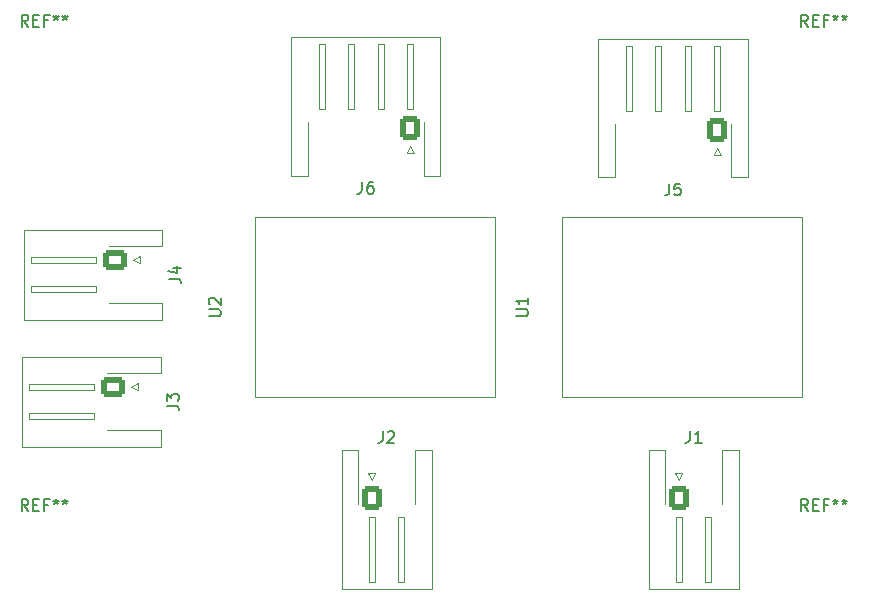
<source format=gbr>
%TF.GenerationSoftware,KiCad,Pcbnew,6.0.6-3a73a75311~116~ubuntu20.04.1*%
%TF.CreationDate,2023-06-18T00:08:06+09:00*%
%TF.ProjectId,catchrobo2023_OtherSubstrate,63617463-6872-46f6-926f-323032335f4f,rev?*%
%TF.SameCoordinates,Original*%
%TF.FileFunction,Legend,Top*%
%TF.FilePolarity,Positive*%
%FSLAX46Y46*%
G04 Gerber Fmt 4.6, Leading zero omitted, Abs format (unit mm)*
G04 Created by KiCad (PCBNEW 6.0.6-3a73a75311~116~ubuntu20.04.1) date 2023-06-18 00:08:06*
%MOMM*%
%LPD*%
G01*
G04 APERTURE LIST*
G04 Aperture macros list*
%AMRoundRect*
0 Rectangle with rounded corners*
0 $1 Rounding radius*
0 $2 $3 $4 $5 $6 $7 $8 $9 X,Y pos of 4 corners*
0 Add a 4 corners polygon primitive as box body*
4,1,4,$2,$3,$4,$5,$6,$7,$8,$9,$2,$3,0*
0 Add four circle primitives for the rounded corners*
1,1,$1+$1,$2,$3*
1,1,$1+$1,$4,$5*
1,1,$1+$1,$6,$7*
1,1,$1+$1,$8,$9*
0 Add four rect primitives between the rounded corners*
20,1,$1+$1,$2,$3,$4,$5,0*
20,1,$1+$1,$4,$5,$6,$7,0*
20,1,$1+$1,$6,$7,$8,$9,0*
20,1,$1+$1,$8,$9,$2,$3,0*%
G04 Aperture macros list end*
%ADD10C,0.150000*%
%ADD11C,0.120000*%
%ADD12C,3.200000*%
%ADD13C,1.524000*%
%ADD14RoundRect,0.250000X0.600000X0.725000X-0.600000X0.725000X-0.600000X-0.725000X0.600000X-0.725000X0*%
%ADD15O,1.700000X1.950000*%
%ADD16RoundRect,0.250000X-0.750000X0.600000X-0.750000X-0.600000X0.750000X-0.600000X0.750000X0.600000X0*%
%ADD17O,2.000000X1.700000*%
%ADD18RoundRect,0.250000X-0.600000X-0.750000X0.600000X-0.750000X0.600000X0.750000X-0.600000X0.750000X0*%
%ADD19O,1.700000X2.000000*%
G04 APERTURE END LIST*
D10*
%TO.C,REF\u002A\u002A*%
X1666666Y47747620D02*
X1333333Y48223810D01*
X1095238Y47747620D02*
X1095238Y48747620D01*
X1476190Y48747620D01*
X1571428Y48700000D01*
X1619047Y48652381D01*
X1666666Y48557143D01*
X1666666Y48414286D01*
X1619047Y48319048D01*
X1571428Y48271429D01*
X1476190Y48223810D01*
X1095238Y48223810D01*
X2095238Y48271429D02*
X2428571Y48271429D01*
X2571428Y47747620D02*
X2095238Y47747620D01*
X2095238Y48747620D01*
X2571428Y48747620D01*
X3333333Y48271429D02*
X3000000Y48271429D01*
X3000000Y47747620D02*
X3000000Y48747620D01*
X3476190Y48747620D01*
X4000000Y48747620D02*
X4000000Y48509524D01*
X3761904Y48604762D02*
X4000000Y48509524D01*
X4238095Y48604762D01*
X3857142Y48319048D02*
X4000000Y48509524D01*
X4142857Y48319048D01*
X4761904Y48747620D02*
X4761904Y48509524D01*
X4523809Y48604762D02*
X4761904Y48509524D01*
X5000000Y48604762D01*
X4619047Y48319048D02*
X4761904Y48509524D01*
X4904761Y48319048D01*
X67666666Y47747620D02*
X67333333Y48223810D01*
X67095238Y47747620D02*
X67095238Y48747620D01*
X67476190Y48747620D01*
X67571428Y48700000D01*
X67619047Y48652381D01*
X67666666Y48557143D01*
X67666666Y48414286D01*
X67619047Y48319048D01*
X67571428Y48271429D01*
X67476190Y48223810D01*
X67095238Y48223810D01*
X68095238Y48271429D02*
X68428571Y48271429D01*
X68571428Y47747620D02*
X68095238Y47747620D01*
X68095238Y48747620D01*
X68571428Y48747620D01*
X69333333Y48271429D02*
X69000000Y48271429D01*
X69000000Y47747620D02*
X69000000Y48747620D01*
X69476190Y48747620D01*
X70000000Y48747620D02*
X70000000Y48509524D01*
X69761904Y48604762D02*
X70000000Y48509524D01*
X70238095Y48604762D01*
X69857142Y48319048D02*
X70000000Y48509524D01*
X70142857Y48319048D01*
X70761904Y48747620D02*
X70761904Y48509524D01*
X70523809Y48604762D02*
X70761904Y48509524D01*
X71000000Y48604762D01*
X70619047Y48319048D02*
X70761904Y48509524D01*
X70904761Y48319048D01*
%TO.C,U2*%
X16952380Y23238096D02*
X17761904Y23238096D01*
X17857142Y23285715D01*
X17904761Y23333334D01*
X17952380Y23428572D01*
X17952380Y23619048D01*
X17904761Y23714286D01*
X17857142Y23761905D01*
X17761904Y23809524D01*
X16952380Y23809524D01*
X17047619Y24238096D02*
X17000000Y24285715D01*
X16952380Y24380953D01*
X16952380Y24619048D01*
X17000000Y24714286D01*
X17047619Y24761905D01*
X17142857Y24809524D01*
X17238095Y24809524D01*
X17380952Y24761905D01*
X17952380Y24190477D01*
X17952380Y24809524D01*
%TO.C,J5*%
X55916666Y34447620D02*
X55916666Y33733334D01*
X55869047Y33590477D01*
X55773809Y33495239D01*
X55630952Y33447620D01*
X55535714Y33447620D01*
X56869047Y34447620D02*
X56392857Y34447620D01*
X56345238Y33971429D01*
X56392857Y34019048D01*
X56488095Y34066667D01*
X56726190Y34066667D01*
X56821428Y34019048D01*
X56869047Y33971429D01*
X56916666Y33876191D01*
X56916666Y33638096D01*
X56869047Y33542858D01*
X56821428Y33495239D01*
X56726190Y33447620D01*
X56488095Y33447620D01*
X56392857Y33495239D01*
X56345238Y33542858D01*
%TO.C,REF\u002A\u002A*%
X67666666Y6747620D02*
X67333333Y7223810D01*
X67095238Y6747620D02*
X67095238Y7747620D01*
X67476190Y7747620D01*
X67571428Y7700000D01*
X67619047Y7652381D01*
X67666666Y7557143D01*
X67666666Y7414286D01*
X67619047Y7319048D01*
X67571428Y7271429D01*
X67476190Y7223810D01*
X67095238Y7223810D01*
X68095238Y7271429D02*
X68428571Y7271429D01*
X68571428Y6747620D02*
X68095238Y6747620D01*
X68095238Y7747620D01*
X68571428Y7747620D01*
X69333333Y7271429D02*
X69000000Y7271429D01*
X69000000Y6747620D02*
X69000000Y7747620D01*
X69476190Y7747620D01*
X70000000Y7747620D02*
X70000000Y7509524D01*
X69761904Y7604762D02*
X70000000Y7509524D01*
X70238095Y7604762D01*
X69857142Y7319048D02*
X70000000Y7509524D01*
X70142857Y7319048D01*
X70761904Y7747620D02*
X70761904Y7509524D01*
X70523809Y7604762D02*
X70761904Y7509524D01*
X71000000Y7604762D01*
X70619047Y7319048D02*
X70761904Y7509524D01*
X70904761Y7319048D01*
%TO.C,J6*%
X29916666Y34597620D02*
X29916666Y33883334D01*
X29869047Y33740477D01*
X29773809Y33645239D01*
X29630952Y33597620D01*
X29535714Y33597620D01*
X30821428Y34597620D02*
X30630952Y34597620D01*
X30535714Y34550000D01*
X30488095Y34502381D01*
X30392857Y34359524D01*
X30345238Y34169048D01*
X30345238Y33788096D01*
X30392857Y33692858D01*
X30440476Y33645239D01*
X30535714Y33597620D01*
X30726190Y33597620D01*
X30821428Y33645239D01*
X30869047Y33692858D01*
X30916666Y33788096D01*
X30916666Y34026191D01*
X30869047Y34121429D01*
X30821428Y34169048D01*
X30726190Y34216667D01*
X30535714Y34216667D01*
X30440476Y34169048D01*
X30392857Y34121429D01*
X30345238Y34026191D01*
%TO.C,REF\u002A\u002A*%
X1666666Y6747620D02*
X1333333Y7223810D01*
X1095238Y6747620D02*
X1095238Y7747620D01*
X1476190Y7747620D01*
X1571428Y7700000D01*
X1619047Y7652381D01*
X1666666Y7557143D01*
X1666666Y7414286D01*
X1619047Y7319048D01*
X1571428Y7271429D01*
X1476190Y7223810D01*
X1095238Y7223810D01*
X2095238Y7271429D02*
X2428571Y7271429D01*
X2571428Y6747620D02*
X2095238Y6747620D01*
X2095238Y7747620D01*
X2571428Y7747620D01*
X3333333Y7271429D02*
X3000000Y7271429D01*
X3000000Y6747620D02*
X3000000Y7747620D01*
X3476190Y7747620D01*
X4000000Y7747620D02*
X4000000Y7509524D01*
X3761904Y7604762D02*
X4000000Y7509524D01*
X4238095Y7604762D01*
X3857142Y7319048D02*
X4000000Y7509524D01*
X4142857Y7319048D01*
X4761904Y7747620D02*
X4761904Y7509524D01*
X4523809Y7604762D02*
X4761904Y7509524D01*
X5000000Y7604762D01*
X4619047Y7319048D02*
X4761904Y7509524D01*
X4904761Y7319048D01*
%TO.C,J4*%
X13552380Y26416667D02*
X14266666Y26416667D01*
X14409523Y26369048D01*
X14504761Y26273810D01*
X14552380Y26130953D01*
X14552380Y26035715D01*
X13885714Y27321429D02*
X14552380Y27321429D01*
X13504761Y27083334D02*
X14219047Y26845239D01*
X14219047Y27464286D01*
%TO.C,U1*%
X42952380Y23238096D02*
X43761904Y23238096D01*
X43857142Y23285715D01*
X43904761Y23333334D01*
X43952380Y23428572D01*
X43952380Y23619048D01*
X43904761Y23714286D01*
X43857142Y23761905D01*
X43761904Y23809524D01*
X42952380Y23809524D01*
X43952380Y24809524D02*
X43952380Y24238096D01*
X43952380Y24523810D02*
X42952380Y24523810D01*
X43095238Y24428572D01*
X43190476Y24333334D01*
X43238095Y24238096D01*
%TO.C,J3*%
X13402380Y15666667D02*
X14116666Y15666667D01*
X14259523Y15619048D01*
X14354761Y15523810D01*
X14402380Y15380953D01*
X14402380Y15285715D01*
X13402380Y16047620D02*
X13402380Y16666667D01*
X13783333Y16333334D01*
X13783333Y16476191D01*
X13830952Y16571429D01*
X13878571Y16619048D01*
X13973809Y16666667D01*
X14211904Y16666667D01*
X14307142Y16619048D01*
X14354761Y16571429D01*
X14402380Y16476191D01*
X14402380Y16190477D01*
X14354761Y16095239D01*
X14307142Y16047620D01*
%TO.C,J1*%
X57666666Y13497620D02*
X57666666Y12783334D01*
X57619047Y12640477D01*
X57523809Y12545239D01*
X57380952Y12497620D01*
X57285714Y12497620D01*
X58666666Y12497620D02*
X58095238Y12497620D01*
X58380952Y12497620D02*
X58380952Y13497620D01*
X58285714Y13354762D01*
X58190476Y13259524D01*
X58095238Y13211905D01*
%TO.C,J2*%
X31666666Y13497620D02*
X31666666Y12783334D01*
X31619047Y12640477D01*
X31523809Y12545239D01*
X31380952Y12497620D01*
X31285714Y12497620D01*
X32095238Y13402381D02*
X32142857Y13450000D01*
X32238095Y13497620D01*
X32476190Y13497620D01*
X32571428Y13450000D01*
X32619047Y13402381D01*
X32666666Y13307143D01*
X32666666Y13211905D01*
X32619047Y13069048D01*
X32047619Y12497620D01*
X32666666Y12497620D01*
D11*
%TO.C,U2*%
X41150000Y31600000D02*
X20850000Y31600000D01*
X20850000Y31600000D02*
X20850000Y16400000D01*
X20850000Y16400000D02*
X41150000Y16400000D01*
X41150000Y16400000D02*
X41150000Y31600000D01*
%TO.C,J5*%
X59750000Y46100000D02*
X59750000Y40600000D01*
X56250000Y46710000D02*
X49940000Y46710000D01*
X51360000Y34990000D02*
X51360000Y39490000D01*
X49940000Y34990000D02*
X51360000Y34990000D01*
X57250000Y46100000D02*
X57250000Y40600000D01*
X55250000Y46100000D02*
X54750000Y46100000D01*
X57750000Y40600000D02*
X57750000Y46100000D01*
X54750000Y40600000D02*
X55250000Y40600000D01*
X57250000Y40600000D02*
X57750000Y40600000D01*
X60250000Y46100000D02*
X59750000Y46100000D01*
X60000000Y37500000D02*
X60300000Y36900000D01*
X59700000Y36900000D02*
X60000000Y37500000D01*
X52750000Y40600000D02*
X52750000Y46100000D01*
X62560000Y46710000D02*
X62560000Y34990000D01*
X61140000Y34990000D02*
X61140000Y39490000D01*
X55250000Y40600000D02*
X55250000Y46100000D01*
X57750000Y46100000D02*
X57250000Y46100000D01*
X49940000Y46710000D02*
X49940000Y34990000D01*
X52750000Y46100000D02*
X52250000Y46100000D01*
X60250000Y40600000D02*
X60250000Y46100000D01*
X52250000Y46100000D02*
X52250000Y40600000D01*
X59750000Y40600000D02*
X60250000Y40600000D01*
X62560000Y34990000D02*
X61140000Y34990000D01*
X60300000Y36900000D02*
X59700000Y36900000D01*
X52250000Y40600000D02*
X52750000Y40600000D01*
X56250000Y46710000D02*
X62560000Y46710000D01*
X54750000Y46100000D02*
X54750000Y40600000D01*
%TO.C,J6*%
X28750000Y46250000D02*
X28750000Y40750000D01*
X26250000Y40750000D02*
X26750000Y40750000D01*
X35140000Y35140000D02*
X35140000Y39640000D01*
X36560000Y46860000D02*
X36560000Y35140000D01*
X34250000Y40750000D02*
X34250000Y46250000D01*
X26750000Y46250000D02*
X26250000Y46250000D01*
X23940000Y46860000D02*
X23940000Y35140000D01*
X29250000Y40750000D02*
X29250000Y46250000D01*
X36560000Y35140000D02*
X35140000Y35140000D01*
X31750000Y46250000D02*
X31250000Y46250000D01*
X28750000Y40750000D02*
X29250000Y40750000D01*
X33750000Y40750000D02*
X34250000Y40750000D01*
X25360000Y35140000D02*
X25360000Y39640000D01*
X23940000Y35140000D02*
X25360000Y35140000D01*
X34000000Y37650000D02*
X34300000Y37050000D01*
X30250000Y46860000D02*
X23940000Y46860000D01*
X29250000Y46250000D02*
X28750000Y46250000D01*
X31250000Y46250000D02*
X31250000Y40750000D01*
X33750000Y46250000D02*
X33750000Y40750000D01*
X34300000Y37050000D02*
X33700000Y37050000D01*
X31250000Y40750000D02*
X31750000Y40750000D01*
X34250000Y46250000D02*
X33750000Y46250000D01*
X26250000Y46250000D02*
X26250000Y40750000D01*
X30250000Y46860000D02*
X36560000Y46860000D01*
X31750000Y40750000D02*
X31750000Y46250000D01*
X33700000Y37050000D02*
X34000000Y37650000D01*
X26750000Y40750000D02*
X26750000Y46250000D01*
%TO.C,J4*%
X7400000Y25750000D02*
X1900000Y25750000D01*
X13010000Y29140000D02*
X8510000Y29140000D01*
X13010000Y22940000D02*
X13010000Y24360000D01*
X1290000Y30560000D02*
X13010000Y30560000D01*
X1290000Y22940000D02*
X13010000Y22940000D01*
X13010000Y30560000D02*
X13010000Y29140000D01*
X11100000Y28300000D02*
X11100000Y27700000D01*
X1900000Y25750000D02*
X1900000Y25250000D01*
X7400000Y28250000D02*
X1900000Y28250000D01*
X1900000Y27750000D02*
X7400000Y27750000D01*
X7400000Y27750000D02*
X7400000Y28250000D01*
X1290000Y26750000D02*
X1290000Y22940000D01*
X1900000Y28250000D02*
X1900000Y27750000D01*
X10500000Y28000000D02*
X11100000Y28300000D01*
X7400000Y25250000D02*
X7400000Y25750000D01*
X11100000Y27700000D02*
X10500000Y28000000D01*
X13010000Y24360000D02*
X8510000Y24360000D01*
X1290000Y26750000D02*
X1290000Y30560000D01*
X1900000Y25250000D02*
X7400000Y25250000D01*
%TO.C,U1*%
X67150000Y31600000D02*
X46850000Y31600000D01*
X46850000Y31600000D02*
X46850000Y16400000D01*
X46850000Y16400000D02*
X67150000Y16400000D01*
X67150000Y16400000D02*
X67150000Y31600000D01*
%TO.C,J3*%
X7250000Y17000000D02*
X7250000Y17500000D01*
X1750000Y17000000D02*
X7250000Y17000000D01*
X1750000Y14500000D02*
X7250000Y14500000D01*
X1140000Y12190000D02*
X12860000Y12190000D01*
X1140000Y16000000D02*
X1140000Y12190000D01*
X12860000Y18390000D02*
X8360000Y18390000D01*
X1750000Y15000000D02*
X1750000Y14500000D01*
X1750000Y17500000D02*
X1750000Y17000000D01*
X7250000Y17500000D02*
X1750000Y17500000D01*
X12860000Y19810000D02*
X12860000Y18390000D01*
X12860000Y13610000D02*
X8360000Y13610000D01*
X1140000Y16000000D02*
X1140000Y19810000D01*
X12860000Y12190000D02*
X12860000Y13610000D01*
X10950000Y17550000D02*
X10950000Y16950000D01*
X10950000Y16950000D02*
X10350000Y17250000D01*
X7250000Y14500000D02*
X7250000Y15000000D01*
X10350000Y17250000D02*
X10950000Y17550000D01*
X7250000Y15000000D02*
X1750000Y15000000D01*
X1140000Y19810000D02*
X12860000Y19810000D01*
%TO.C,J1*%
X59500000Y750000D02*
X59500000Y6250000D01*
X56750000Y9350000D02*
X56450000Y9950000D01*
X59000000Y6250000D02*
X59000000Y750000D01*
X59500000Y6250000D02*
X59000000Y6250000D01*
X54190000Y140000D02*
X54190000Y11860000D01*
X56500000Y750000D02*
X57000000Y750000D01*
X57000000Y750000D02*
X57000000Y6250000D01*
X55610000Y11860000D02*
X55610000Y7360000D01*
X56450000Y9950000D02*
X57050000Y9950000D01*
X56500000Y6250000D02*
X56500000Y750000D01*
X57050000Y9950000D02*
X56750000Y9350000D01*
X54190000Y11860000D02*
X55610000Y11860000D01*
X61810000Y140000D02*
X61810000Y11860000D01*
X58000000Y140000D02*
X61810000Y140000D01*
X59000000Y750000D02*
X59500000Y750000D01*
X58000000Y140000D02*
X54190000Y140000D01*
X57000000Y6250000D02*
X56500000Y6250000D01*
X60390000Y11860000D02*
X60390000Y7360000D01*
X61810000Y11860000D02*
X60390000Y11860000D01*
%TO.C,J2*%
X31050000Y9950000D02*
X30750000Y9350000D01*
X33500000Y6250000D02*
X33000000Y6250000D01*
X35810000Y11860000D02*
X34390000Y11860000D01*
X28190000Y11860000D02*
X29610000Y11860000D01*
X31000000Y750000D02*
X31000000Y6250000D01*
X30450000Y9950000D02*
X31050000Y9950000D01*
X32000000Y140000D02*
X28190000Y140000D01*
X32000000Y140000D02*
X35810000Y140000D01*
X33000000Y6250000D02*
X33000000Y750000D01*
X33500000Y750000D02*
X33500000Y6250000D01*
X30500000Y6250000D02*
X30500000Y750000D01*
X30500000Y750000D02*
X31000000Y750000D01*
X29610000Y11860000D02*
X29610000Y7360000D01*
X28190000Y140000D02*
X28190000Y11860000D01*
X34390000Y11860000D02*
X34390000Y7360000D01*
X30750000Y9350000D02*
X30450000Y9950000D01*
X35810000Y140000D02*
X35810000Y11860000D01*
X33000000Y750000D02*
X33500000Y750000D01*
X31000000Y6250000D02*
X30500000Y6250000D01*
%TD*%
%LPC*%
D12*
%TO.C,REF\u002A\u002A*%
X3000000Y44000000D03*
%TD*%
%TO.C,REF\u002A\u002A*%
X69000000Y44000000D03*
%TD*%
D13*
%TO.C,U2*%
X22110000Y17650000D03*
X24650000Y17650000D03*
X27190000Y17650000D03*
X29730000Y17650000D03*
X32270000Y17650000D03*
X34810000Y17650000D03*
X37350000Y17650000D03*
X39890000Y17650000D03*
X39780000Y30500000D03*
X37240000Y30500000D03*
X34700000Y30500000D03*
X32160000Y30500000D03*
X29620000Y30500000D03*
X27080000Y30500000D03*
X24540000Y30500000D03*
X22000000Y30500000D03*
%TD*%
D14*
%TO.C,J5*%
X60000000Y39000000D03*
D15*
X57500000Y39000000D03*
X55000000Y39000000D03*
X52500000Y39000000D03*
%TD*%
D12*
%TO.C,REF\u002A\u002A*%
X69000000Y3000000D03*
%TD*%
D14*
%TO.C,J6*%
X34000000Y39150000D03*
D15*
X31500000Y39150000D03*
X29000000Y39150000D03*
X26500000Y39150000D03*
%TD*%
D12*
%TO.C,REF\u002A\u002A*%
X3000000Y3000000D03*
%TD*%
D16*
%TO.C,J4*%
X9000000Y28000000D03*
D17*
X9000000Y25500000D03*
%TD*%
D13*
%TO.C,U1*%
X48110000Y17650000D03*
X50650000Y17650000D03*
X53190000Y17650000D03*
X55730000Y17650000D03*
X58270000Y17650000D03*
X60810000Y17650000D03*
X63350000Y17650000D03*
X65890000Y17650000D03*
X65780000Y30500000D03*
X63240000Y30500000D03*
X60700000Y30500000D03*
X58160000Y30500000D03*
X55620000Y30500000D03*
X53080000Y30500000D03*
X50540000Y30500000D03*
X48000000Y30500000D03*
%TD*%
D16*
%TO.C,J3*%
X8850000Y17250000D03*
D17*
X8850000Y14750000D03*
%TD*%
D18*
%TO.C,J1*%
X56750000Y7850000D03*
D19*
X59250000Y7850000D03*
%TD*%
D18*
%TO.C,J2*%
X30750000Y7850000D03*
D19*
X33250000Y7850000D03*
%TD*%
M02*

</source>
